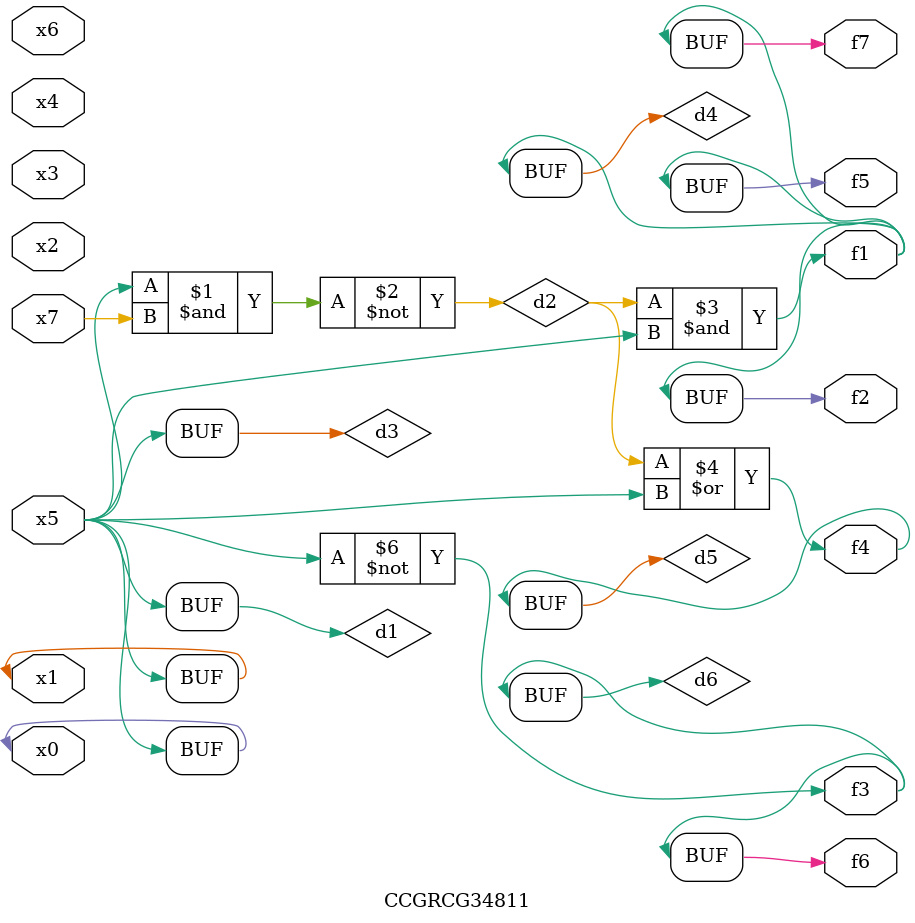
<source format=v>
module CCGRCG34811(
	input x0, x1, x2, x3, x4, x5, x6, x7,
	output f1, f2, f3, f4, f5, f6, f7
);

	wire d1, d2, d3, d4, d5, d6;

	buf (d1, x0, x5);
	nand (d2, x5, x7);
	buf (d3, x0, x1);
	and (d4, d2, d3);
	or (d5, d2, d3);
	nor (d6, d1, d3);
	assign f1 = d4;
	assign f2 = d4;
	assign f3 = d6;
	assign f4 = d5;
	assign f5 = d4;
	assign f6 = d6;
	assign f7 = d4;
endmodule

</source>
